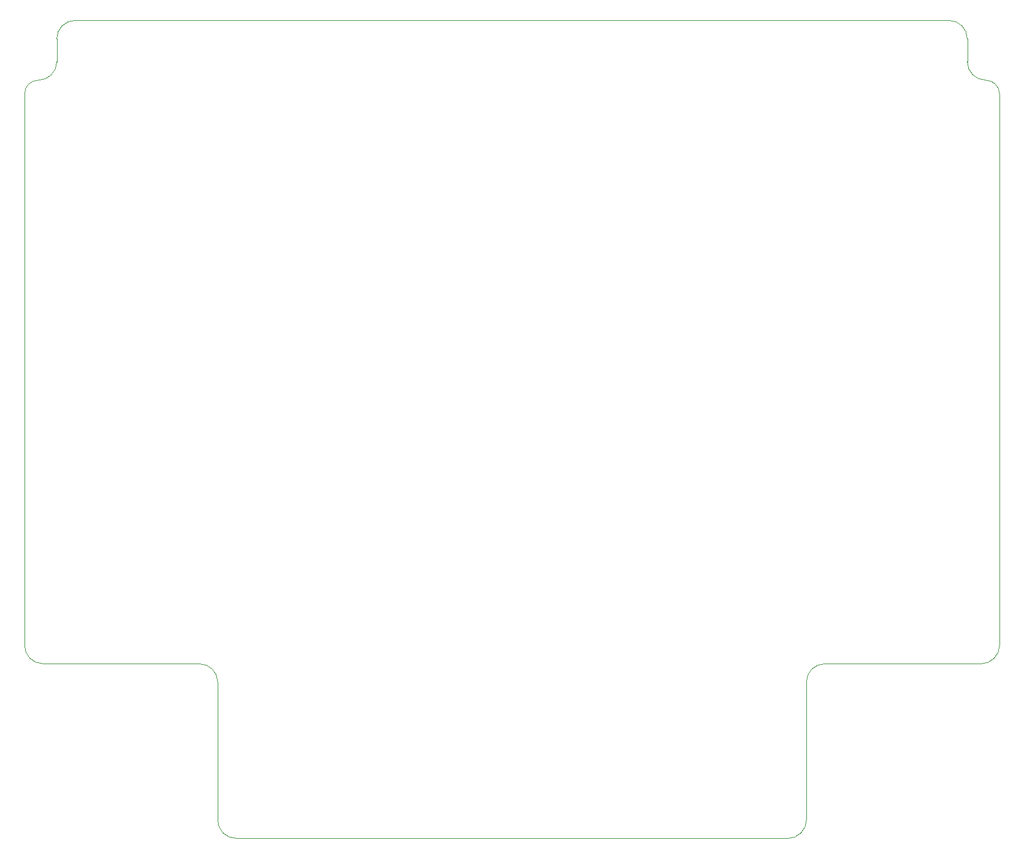
<source format=gm1>
G04 #@! TF.GenerationSoftware,KiCad,Pcbnew,5.1.10-88a1d61d58~90~ubuntu20.04.1*
G04 #@! TF.CreationDate,2021-08-08T15:21:02-04:00*
G04 #@! TF.ProjectId,stereo_whooshy_sound_main_pcb,73746572-656f-45f7-9768-6f6f7368795f,0*
G04 #@! TF.SameCoordinates,Original*
G04 #@! TF.FileFunction,Profile,NP*
%FSLAX46Y46*%
G04 Gerber Fmt 4.6, Leading zero omitted, Abs format (unit mm)*
G04 Created by KiCad (PCBNEW 5.1.10-88a1d61d58~90~ubuntu20.04.1) date 2021-08-08 15:21:02*
%MOMM*%
%LPD*%
G01*
G04 APERTURE LIST*
G04 #@! TA.AperFunction,Profile*
%ADD10C,0.050000*%
G04 #@! TD*
G04 APERTURE END LIST*
D10*
X7620000Y-6985000D02*
G75*
G02*
X5080000Y-9525000I-2540000J0D01*
G01*
X3175000Y-11430000D02*
G75*
G02*
X5080000Y-9525000I1905000J0D01*
G01*
X7620000Y-3810000D02*
X7620000Y-6985000D01*
X133350000Y-6985000D02*
X133350000Y-3810000D01*
X135890000Y-9525000D02*
G75*
G02*
X133350000Y-6985000I0J2540000D01*
G01*
X135890000Y-9525000D02*
G75*
G02*
X137795000Y-11430000I0J-1905000D01*
G01*
X27305000Y-90170000D02*
X5715000Y-90170000D01*
X113665000Y-90170000D02*
X135255000Y-90170000D01*
X27305000Y-90170000D02*
G75*
G02*
X29845000Y-92710000I0J-2540000D01*
G01*
X111125000Y-92710000D02*
G75*
G02*
X113665000Y-90170000I2540000J0D01*
G01*
X111125000Y-111760000D02*
G75*
G02*
X108585000Y-114300000I-2540000J0D01*
G01*
X32385000Y-114300000D02*
G75*
G02*
X29845000Y-111760000I0J2540000D01*
G01*
X111125000Y-111760000D02*
X111125000Y-92710000D01*
X32385000Y-114300000D02*
X108585000Y-114300000D01*
X29845000Y-92710000D02*
X29845000Y-111760000D01*
X137795000Y-87630000D02*
G75*
G02*
X135255000Y-90170000I-2540000J0D01*
G01*
X5715000Y-90170000D02*
G75*
G02*
X3175000Y-87630000I0J2540000D01*
G01*
X7620000Y-3810000D02*
G75*
G02*
X10160000Y-1270000I2540000J0D01*
G01*
X130810000Y-1270000D02*
G75*
G02*
X133350000Y-3810000I0J-2540000D01*
G01*
X3175000Y-87630000D02*
X3175000Y-11430000D01*
X137795000Y-11430000D02*
X137795000Y-87630000D01*
X10160000Y-1270000D02*
X130810000Y-1270000D01*
M02*

</source>
